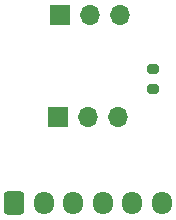
<source format=gbr>
%TF.GenerationSoftware,KiCad,Pcbnew,8.0.3*%
%TF.CreationDate,2024-11-04T16:53:42-08:00*%
%TF.ProjectId,MicPCB,4d696350-4342-42e6-9b69-6361645f7063,rev?*%
%TF.SameCoordinates,Original*%
%TF.FileFunction,Soldermask,Bot*%
%TF.FilePolarity,Negative*%
%FSLAX46Y46*%
G04 Gerber Fmt 4.6, Leading zero omitted, Abs format (unit mm)*
G04 Created by KiCad (PCBNEW 8.0.3) date 2024-11-04 16:53:42*
%MOMM*%
%LPD*%
G01*
G04 APERTURE LIST*
G04 Aperture macros list*
%AMRoundRect*
0 Rectangle with rounded corners*
0 $1 Rounding radius*
0 $2 $3 $4 $5 $6 $7 $8 $9 X,Y pos of 4 corners*
0 Add a 4 corners polygon primitive as box body*
4,1,4,$2,$3,$4,$5,$6,$7,$8,$9,$2,$3,0*
0 Add four circle primitives for the rounded corners*
1,1,$1+$1,$2,$3*
1,1,$1+$1,$4,$5*
1,1,$1+$1,$6,$7*
1,1,$1+$1,$8,$9*
0 Add four rect primitives between the rounded corners*
20,1,$1+$1,$2,$3,$4,$5,0*
20,1,$1+$1,$4,$5,$6,$7,0*
20,1,$1+$1,$6,$7,$8,$9,0*
20,1,$1+$1,$8,$9,$2,$3,0*%
G04 Aperture macros list end*
%ADD10RoundRect,0.200000X0.275000X-0.200000X0.275000X0.200000X-0.275000X0.200000X-0.275000X-0.200000X0*%
%ADD11R,1.700000X1.700000*%
%ADD12O,1.700000X1.700000*%
%ADD13RoundRect,0.250000X-0.600000X-0.725000X0.600000X-0.725000X0.600000X0.725000X-0.600000X0.725000X0*%
%ADD14O,1.700000X1.950000*%
G04 APERTURE END LIST*
D10*
%TO.C,R1*%
X102666800Y-64934600D03*
X102666800Y-63284600D03*
%TD*%
D11*
%TO.C,J3*%
X94757000Y-58699800D03*
D12*
X97297000Y-58699800D03*
X99837000Y-58699800D03*
%TD*%
D11*
%TO.C,J2*%
X94615000Y-67310000D03*
D12*
X97155000Y-67310000D03*
X99695000Y-67310000D03*
%TD*%
D13*
%TO.C,J1*%
X90905000Y-74630000D03*
D14*
X93405000Y-74630000D03*
X95905000Y-74630000D03*
X98405000Y-74630000D03*
X100905000Y-74630000D03*
X103405000Y-74630000D03*
%TD*%
M02*

</source>
